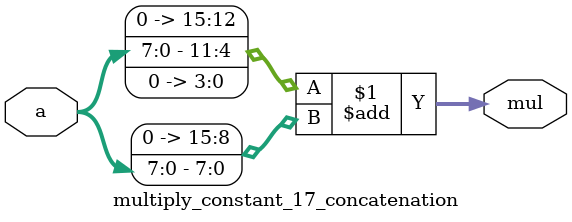
<source format=v>
module multiply_constant_17_concatenation (
    input [7:0] a,
    output [15:0] mul
    );

    assign mul = {4'b0000, a, 4'b0000} + {8'h00, a};        // mul = a * 17
    
endmodule

</source>
